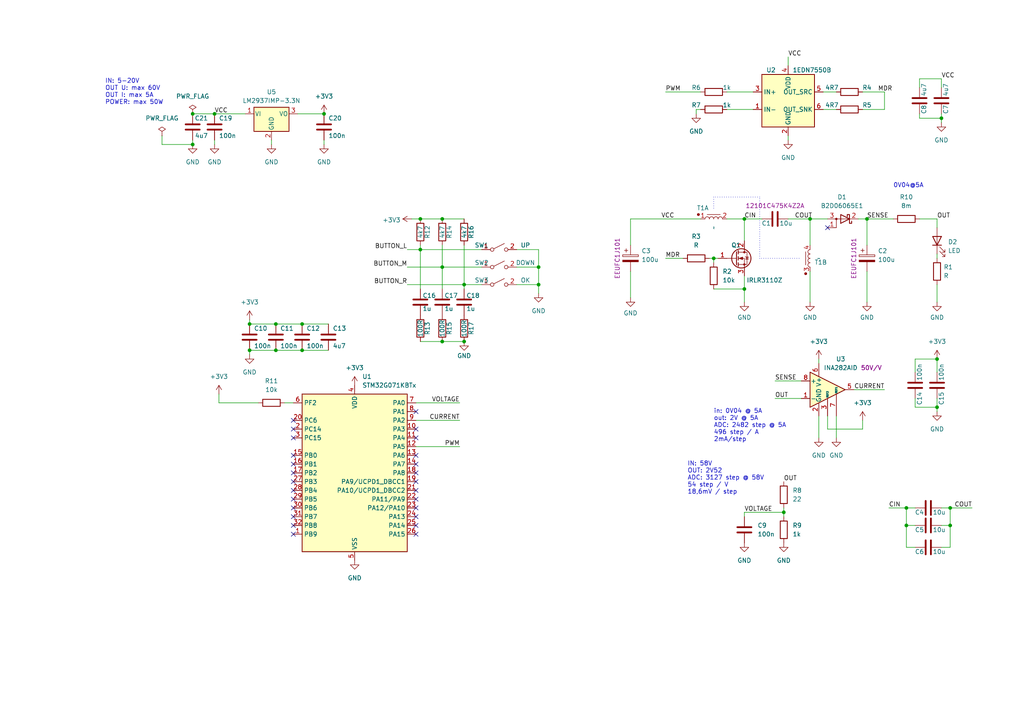
<source format=kicad_sch>
(kicad_sch (version 20230121) (generator eeschema)
  (paper "A4")
  (lib_symbols
    (symbol "Amplifier_Current:INA282" (pin_names (offset 0.127))
      (property "Reference" "U" (at 3.81 3.81 0))
      (property "Value" "INA282" (at 3.81 -2.54 0))
      (symbol "INA282_0_1"
        (polyline (pts (xy 5.08 0) (xy -5.08 5.08) (xy -5.08 -5.08) (xy 5.08 0)) (stroke (width 0.254)) (fill (type background)))
      )
      (symbol "INA282_1_1"
        (pin input line (at -7.62 -2.54 0) (length 2.54) (name "-") (number "1"))
        (pin power_in line (at -2.54 -7.62 90) (length 3.81) (name "GND") (number "2"))
        (pin input line (at 0 -7.62 90) (length 5.08) (name "REF2") (number "3"))
        (pin no_connect line (at -5.08 0 0) (length 2.54) hide (name "NC") (number "4"))
        (pin output line (at 7.62 0 180) (length 2.54) (name "~") (number "5"))
        (pin input line (at -2.54 7.62 270) (length 3.81) (name "V+") (number "6"))
        (pin input line (at 2.54 -7.62 90) (length 6.35) (name "REF1") (number "7"))
        (pin input line (at -7.62 2.54 0) (length 2.54) (name "+") (number "8"))
      )
    )
    (symbol "Device:C" (pin_numbers hide) (pin_names (offset 0.254))
      (property "Reference" "C" (at 0.635 2.54 0))
      (property "Value" "C" (at 0.635 -2.54 0))
      (symbol "C_0_1"
        (polyline (pts (xy -2.032 -0.762) (xy 2.032 -0.762)) (stroke (width 0.508)))
        (polyline (pts (xy -2.032 0.762) (xy 2.032 0.762)) (stroke (width 0.508)))
      )
      (symbol "C_1_1"
        (pin passive line (at 0 3.81 270) (length 2.794) (name "~") (number "1"))
        (pin passive line (at 0 -3.81 90) (length 2.794) (name "~") (number "2"))
      )
    )
    (symbol "Device:C_Polarized" (pin_numbers hide) (pin_names (offset 0.254))
      (property "Reference" "C" (at 0.635 2.54 0))
      (property "Value" "C_Polarized" (at 0.635 -2.54 0))
      (symbol "C_Polarized_0_1"
        (rectangle (start -2.286 0.508) (end 2.286 1.016))
        (polyline (pts (xy -1.778 2.286) (xy -0.762 2.286)))
        (polyline (pts (xy -1.27 2.794) (xy -1.27 1.778)))
        (rectangle (start 2.286 -0.508) (end -2.286 -1.016) (fill (type outline)))
      )
      (symbol "C_Polarized_1_1"
        (pin passive line (at 0 3.81 270) (length 2.794) (name "~") (number "1"))
        (pin passive line (at 0 -3.81 90) (length 2.794) (name "~") (number "2"))
      )
    )
    (symbol "Device:D_Schottky_AKA" (pin_names (offset 0) hide)
      (property "Reference" "D" (at 0 2.54 0))
      (property "Value" "D_Schottky_AKA" (at 0 -2.54 0))
      (symbol "D_Schottky_AKA_0_1"
        (polyline (pts (xy 1.27 1.27) (xy 1.27 -1.27) (xy -1.27 0) (xy 1.27 1.27)) (stroke (width 0.254)))
        (polyline (pts (xy 3.81 2.54) (xy 2.54 2.54) (xy 2.54 0) (xy -1.27 0)))
        (polyline (pts (xy -1.905 0.635) (xy -1.905 1.27) (xy -1.27 1.27) (xy -1.27 -1.27) (xy -0.635 -1.27) (xy -0.635 -0.635)) (stroke (width 0.254)))
        (circle (center 2.54 0) (radius 0.254) (fill (type outline)))
      )
      (symbol "D_Schottky_AKA_1_1"
        (pin passive line (at 5.08 2.54 180) (length 2.54) (name "A") (number "1"))
        (pin passive line (at -3.81 0 0) (length 2.54) (name "K") (number "2"))
        (pin passive line (at 5.08 0 180) (length 2.54) (name "A") (number "3"))
      )
    )
    (symbol "Device:LED" (pin_numbers hide) (pin_names (offset 1.016) hide)
      (property "Reference" "D" (at 0 2.54 0))
      (property "Value" "LED" (at 0 -2.54 0))
      (symbol "LED_0_1"
        (polyline (pts (xy -1.27 -1.27) (xy -1.27 1.27)) (stroke (width 0.254)))
        (polyline (pts (xy -1.27 0) (xy 1.27 0)))
        (polyline (pts (xy 1.27 -1.27) (xy 1.27 1.27) (xy -1.27 0) (xy 1.27 -1.27)) (stroke (width 0.254)))
        (polyline (pts (xy -3.048 -0.762) (xy -4.572 -2.286) (xy -3.81 -2.286) (xy -4.572 -2.286) (xy -4.572 -1.524)))
        (polyline (pts (xy -1.778 -0.762) (xy -3.302 -2.286) (xy -2.54 -2.286) (xy -3.302 -2.286) (xy -3.302 -1.524)))
      )
      (symbol "LED_1_1"
        (pin passive line (at -3.81 0 0) (length 2.54) (name "K") (number "1"))
        (pin passive line (at 3.81 0 180) (length 2.54) (name "A") (number "2"))
      )
    )
    (symbol "Device:Q_NMOS_GDS" (pin_names (offset 0) hide)
      (property "Reference" "Q" (at 5.08 1.27 0))
      (property "Value" "Q_NMOS_GDS" (at 5.08 -1.27 0))
      (symbol "Q_NMOS_GDS_0_1"
        (polyline (pts (xy 0.254 0) (xy -2.54 0)))
        (polyline (pts (xy 0.254 1.905) (xy 0.254 -1.905)) (stroke (width 0.254)))
        (polyline (pts (xy 0.762 -1.27) (xy 0.762 -2.286)) (stroke (width 0.254)))
        (polyline (pts (xy 0.762 0.508) (xy 0.762 -0.508)) (stroke (width 0.254)))
        (polyline (pts (xy 0.762 2.286) (xy 0.762 1.27)) (stroke (width 0.254)))
        (polyline (pts (xy 2.54 2.54) (xy 2.54 1.778)))
        (polyline (pts (xy 2.54 -2.54) (xy 2.54 0) (xy 0.762 0)))
        (polyline (pts (xy 0.762 -1.778) (xy 3.302 -1.778) (xy 3.302 1.778) (xy 0.762 1.778)))
        (polyline (pts (xy 1.016 0) (xy 2.032 0.381) (xy 2.032 -0.381) (xy 1.016 0)) (fill (type outline)))
        (polyline (pts (xy 2.794 0.508) (xy 2.921 0.381) (xy 3.683 0.381) (xy 3.81 0.254)))
        (polyline (pts (xy 3.302 0.381) (xy 2.921 -0.254) (xy 3.683 -0.254) (xy 3.302 0.381)))
        (circle (center 1.651 0) (radius 2.794) (stroke (width 0.254)))
        (circle (center 2.54 -1.778) (radius 0.254) (fill (type outline)))
        (circle (center 2.54 1.778) (radius 0.254) (fill (type outline)))
      )
      (symbol "Q_NMOS_GDS_1_1"
        (pin input line (at -5.08 0 0) (length 2.54) (name "G") (number "1"))
        (pin passive line (at 2.54 5.08 270) (length 2.54) (name "D") (number "2"))
        (pin passive line (at 2.54 -5.08 90) (length 2.54) (name "S") (number "3"))
      )
    )
    (symbol "Device:R" (pin_numbers hide) (pin_names (offset 0))
      (property "Reference" "R" (at 2.032 0 90))
      (property "Value" "R" (at 0 0 90))
      (symbol "R_0_1"
        (rectangle (start -1.016 -2.54) (end 1.016 2.54) (stroke (width 0.254)))
      )
      (symbol "R_1_1"
        (pin passive line (at 0 3.81 270) (length 1.27) (name "~") (number "1"))
        (pin passive line (at 0 -3.81 90) (length 1.27) (name "~") (number "2"))
      )
    )
    (symbol "Driver_FET:1EDN7550B"
      (property "Reference" "U" (at -7.62 8.89 0))
      (property "Value" "1EDN7550B" (at 1.27 8.89 0))
      (symbol "1EDN7550B_0_1"
        (rectangle (start -7.62 -7.62) (end 7.62 7.62) (stroke (width 0.254)) (fill (type background)))
      )
      (symbol "1EDN7550B_1_1"
        (pin input line (at -10.16 -2.54 0) (length 2.54) (name "IN-") (number "1"))
        (pin power_in line (at 0 -10.16 90) (length 2.54) (name "GND") (number "2"))
        (pin input line (at -10.16 2.54 0) (length 2.54) (name "IN+") (number "3"))
        (pin power_in line (at 0 10.16 270) (length 2.54) (name "VDD") (number "4"))
        (pin output line (at 10.16 2.54 180) (length 2.54) (name "OUT_SRC") (number "5"))
        (pin output line (at 10.16 -2.54 180) (length 2.54) (name "OUT_SNK") (number "6"))
      )
    )
    (symbol "MCU_ST_STM32G0:STM32G071KBTx"
      (property "Reference" "U" (at -15.24 24.13 0))
      (property "Value" "STM32G071KBTx" (at 2.54 24.13 0))
      (symbol "STM32G071KBTx_0_1"
        (rectangle (start -15.24 -22.86) (end 15.24 22.86) (stroke (width 0.254)) (fill (type background)))
      )
      (symbol "STM32G071KBTx_1_1"
        (pin bidirectional line (at -17.78 -17.78 0) (length 2.54) (name "PB9") (number "1"))
        (pin bidirectional line (at 17.78 12.7 180) (length 2.54) (name "PA3") (number "10"))
        (pin bidirectional line (at 17.78 10.16 180) (length 2.54) (name "PA4") (number "11"))
        (pin bidirectional line (at 17.78 7.62 180) (length 2.54) (name "PA5") (number "12"))
        (pin bidirectional line (at 17.78 5.08 180) (length 2.54) (name "PA6") (number "13"))
        (pin bidirectional line (at 17.78 2.54 180) (length 2.54) (name "PA7") (number "14"))
        (pin bidirectional line (at -17.78 5.08 0) (length 2.54) (name "PB0") (number "15"))
        (pin bidirectional line (at -17.78 2.54 0) (length 2.54) (name "PB1") (number "16"))
        (pin bidirectional line (at -17.78 0 0) (length 2.54) (name "PB2") (number "17"))
        (pin bidirectional line (at 17.78 0 180) (length 2.54) (name "PA8") (number "18"))
        (pin bidirectional line (at 17.78 -2.54 180) (length 2.54) (name "PA9/UCPD1_DBCC1") (number "19"))
        (pin bidirectional line (at -17.78 12.7 0) (length 2.54) (name "PC14") (number "2"))
        (pin bidirectional line (at -17.78 15.24 0) (length 2.54) (name "PC6") (number "20"))
        (pin bidirectional line (at 17.78 -5.08 180) (length 2.54) (name "PA10/UCPD1_DBCC2") (number "21"))
        (pin bidirectional line (at 17.78 -7.62 180) (length 2.54) (name "PA11/PA9") (number "22"))
        (pin bidirectional line (at 17.78 -10.16 180) (length 2.54) (name "PA12/PA10") (number "23"))
        (pin bidirectional line (at 17.78 -12.7 180) (length 2.54) (name "PA13") (number "24"))
        (pin bidirectional line (at 17.78 -15.24 180) (length 2.54) (name "PA14") (number "25"))
        (pin bidirectional line (at 17.78 -17.78 180) (length 2.54) (name "PA15") (number "26"))
        (pin bidirectional line (at -17.78 -2.54 0) (length 2.54) (name "PB3") (number "27"))
        (pin bidirectional line (at -17.78 -5.08 0) (length 2.54) (name "PB4") (number "28"))
        (pin bidirectional line (at -17.78 -7.62 0) (length 2.54) (name "PB5") (number "29"))
        (pin bidirectional line (at -17.78 10.16 0) (length 2.54) (name "PC15") (number "3"))
        (pin bidirectional line (at -17.78 -10.16 0) (length 2.54) (name "PB6") (number "30"))
        (pin bidirectional line (at -17.78 -12.7 0) (length 2.54) (name "PB7") (number "31"))
        (pin bidirectional line (at -17.78 -15.24 0) (length 2.54) (name "PB8") (number "32"))
        (pin power_in line (at 0 25.4 270) (length 2.54) (name "VDD") (number "4"))
        (pin power_in line (at 0 -25.4 90) (length 2.54) (name "VSS") (number "5"))
        (pin bidirectional line (at -17.78 20.32 0) (length 2.54) (name "PF2") (number "6"))
        (pin bidirectional line (at 17.78 20.32 180) (length 2.54) (name "PA0") (number "7"))
        (pin bidirectional line (at 17.78 17.78 180) (length 2.54) (name "PA1") (number "8"))
        (pin bidirectional line (at 17.78 15.24 180) (length 2.54) (name "PA2") (number "9"))
      )
    )
    (symbol "Regulator_Linear:LM2937xMP" (pin_names (offset 0.254))
      (property "Reference" "U" (at -3.81 3.175 0))
      (property "Value" "LM2937xMP" (at 0 3.175 0))
      (symbol "LM2937xMP_0_1"
        (rectangle (start -5.08 -5.08) (end 5.08 1.905) (stroke (width 0.254)) (fill (type background)))
      )
      (symbol "LM2937xMP_1_1"
        (pin power_in line (at -7.62 0 0) (length 2.54) (name "VI") (number "1"))
        (pin power_in line (at 0 -7.62 90) (length 2.54) (name "GND") (number "2"))
        (pin power_out line (at 7.62 0 180) (length 2.54) (name "VO") (number "3"))
      )
    )
    (symbol "Switch:SW_SPST" (pin_names (offset 0) hide)
      (property "Reference" "SW" (at 0 3.175 0))
      (property "Value" "SW_SPST" (at 0 -2.54 0))
      (symbol "SW_SPST_0_0"
        (circle (center -2.032 0) (radius 0.508))
        (polyline (pts (xy -1.524 0.254) (xy 1.524 1.778)))
        (circle (center 2.032 0) (radius 0.508))
      )
      (symbol "SW_SPST_1_1"
        (pin passive line (at -5.08 0 0) (length 2.54) (name "A") (number "1"))
        (pin passive line (at 5.08 0 180) (length 2.54) (name "B") (number "2"))
      )
    )
    (symbol "power:+3V3" (power) (pin_names (offset 0))
      (property "Value" "+3V3" (at 0 3.556 0))
      (symbol "+3V3_0_1"
        (polyline (pts (xy -0.762 1.27) (xy 0 2.54)))
        (polyline (pts (xy 0 0) (xy 0 2.54)))
        (polyline (pts (xy 0 2.54) (xy 0.762 1.27)))
      )
      (symbol "+3V3_1_1"
        (pin power_in line (at 0 0 90) (length 0) hide (name "+3V3") (number "1"))
      )
    )
    (symbol "power:GND" (power) (pin_names (offset 0))
      (property "Value" "GND" (at 0 -3.81 0))
      (symbol "GND_0_1"
        (polyline (pts (xy 0 0) (xy 0 -1.27) (xy 1.27 -1.27) (xy 0 -2.54) (xy -1.27 -1.27) (xy 0 -1.27)))
      )
      (symbol "GND_1_1"
        (pin power_in line (at 0 0 270) (length 0) hide (name "GND") (number "1"))
      )
    )
    (symbol "power:PWR_FLAG" (power) (pin_numbers hide) (pin_names (offset 0) hide)
      (property "Value" "PWR_FLAG" (at 0 3.81 0))
      (symbol "PWR_FLAG_0_0"
        (pin power_out line (at 0 0 90) (length 0) (name "pwr") (number "1"))
      )
      (symbol "PWR_FLAG_0_1"
        (polyline (pts (xy 0 0) (xy 0 1.27) (xy -1.016 1.905) (xy 0 2.54) (xy 1.016 1.905) (xy 0 1.27)))
      )
    )
    (symbol "pulsarLib:transformer-2part" (pin_names (offset 0.002) hide)
      (property "Reference" "T" (at -2.54 0 0))
      (symbol "transformer-2part_0_1"
        (arc (start 0 -2.54) (mid 0.6323 -1.905) (end 0 -1.27))
        (arc (start 0 -1.27) (mid 0.6323 -0.635) (end 0 0))
        (arc (start 0 0) (mid 0.6323 0.635) (end 0 1.27))
        (arc (start 0 1.27) (mid 0.6323 1.905) (end 0 2.54))
      )
      (symbol "transformer-2part_1_1"
        (polyline (pts (xy 1.27 1.905) (xy 1.27 -1.905)))
        (circle (center 1.27 4.445) (radius 0.2032) (stroke (width 0.4)))
        (pin passive line (at 0 3.81 270) (length 1.27) (name "1") (number "1"))
        (pin passive line (at 0 -3.81 90) (length 1.27) (name "2") (number "2"))
      )
      (symbol "transformer-2part_2_1"
        (polyline (pts (xy 1.27 1.905) (xy 1.27 -1.905)))
        (circle (center 1.27 4.445) (radius 0.2032) (stroke (width 0.4)))
        (pin passive line (at 0 3.81 270) (length 1.27) (name "3") (number "3"))
        (pin passive line (at 0 -3.81 90) (length 1.27) (name "4") (number "4"))
      )
    )
  )
  (junction (at 128.27 77.47))
  (junction (at 275.59 147.32))
  (junction (at 121.92 63.5))
  (junction (at 87.63 93.98))
  (junction (at 271.78 118.11))
  (junction (at 156.21 82.55))
  (junction (at 134.62 82.55))
  (junction (at 273.05 34.29))
  (junction (at 72.39 101.6))
  (junction (at 55.88 41.91))
  (junction (at 271.78 104.14))
  (junction (at 80.01 101.6))
  (junction (at 55.88 33.02))
  (junction (at 72.39 93.98))
  (junction (at 93.98 33.02))
  (junction (at 234.95 63.5))
  (junction (at 275.59 152.4))
  (junction (at 156.21 77.47))
  (junction (at 87.63 101.6))
  (junction (at 128.27 99.06))
  (junction (at 207.01 74.93))
  (junction (at 80.01 93.98))
  (junction (at 128.27 63.5))
  (junction (at 215.9 83.82))
  (junction (at 215.9 63.5))
  (junction (at 262.89 147.32))
  (junction (at 227.33 148.59))
  (junction (at 62.23 33.02))
  (junction (at 121.92 72.39))
  (junction (at 251.46 63.5))
  (junction (at 134.62 99.06))
  (junction (at 262.89 152.4))
  (no_connect (at 120.65 152.4))
  (no_connect (at 120.65 144.78))
  (no_connect (at 85.09 149.86))
  (no_connect (at 120.65 137.16))
  (no_connect (at 85.09 144.78))
  (no_connect (at 85.09 127))
  (no_connect (at 120.65 147.32))
  (no_connect (at 120.65 127))
  (no_connect (at 120.65 134.62))
  (no_connect (at 85.09 134.62))
  (no_connect (at 85.09 152.4))
  (no_connect (at 85.09 154.94))
  (no_connect (at 85.09 132.08))
  (no_connect (at 85.09 139.7))
  (no_connect (at 85.09 121.92))
  (no_connect (at 240.03 66.04))
  (no_connect (at 85.09 147.32))
  (no_connect (at 120.65 119.38))
  (no_connect (at 120.65 132.08))
  (no_connect (at 85.09 124.46))
  (no_connect (at 120.65 139.7))
  (no_connect (at 120.65 149.86))
  (no_connect (at 120.65 154.94))
  (no_connect (at 120.65 142.24))
  (no_connect (at 85.09 142.24))
  (no_connect (at 85.09 137.16))
  (no_connect (at 120.65 124.46))
  (wire (pts (xy 266.7 63.5) (xy 271.78 63.5)))
  (wire (pts (xy 265.43 115.57) (xy 265.43 118.11)))
  (polyline (pts (xy 231.775 74.93) (xy 220.345 74.93)) (stroke (width 0) (type dot)))
  (wire (pts (xy 87.63 93.98) (xy 95.25 93.98)))
  (wire (pts (xy 242.57 120.65) (xy 242.57 127)))
  (wire (pts (xy 62.23 40.64) (xy 62.23 41.91)))
  (wire (pts (xy 215.9 148.59) (xy 227.33 148.59)))
  (wire (pts (xy 265.43 118.11) (xy 271.78 118.11)))
  (wire (pts (xy 250.19 26.67) (xy 256.54 26.67)))
  (wire (pts (xy 210.82 31.75) (xy 218.44 31.75)))
  (wire (pts (xy 266.7 25.4) (xy 266.7 22.86)))
  (wire (pts (xy 86.36 33.02) (xy 93.98 33.02)))
  (wire (pts (xy 234.95 78.74) (xy 234.95 87.63)))
  (wire (pts (xy 215.9 149.86) (xy 215.9 148.59)))
  (wire (pts (xy 266.7 22.86) (xy 273.05 22.86)))
  (wire (pts (xy 134.62 71.12) (xy 134.62 82.55)))
  (wire (pts (xy 271.78 115.57) (xy 271.78 118.11)))
  (wire (pts (xy 271.78 73.66) (xy 271.78 74.93)))
  (wire (pts (xy 128.27 99.06) (xy 134.62 99.06)))
  (wire (pts (xy 207.01 74.93) (xy 208.28 74.93)))
  (wire (pts (xy 237.49 104.14) (xy 237.49 105.41)))
  (wire (pts (xy 275.59 152.4) (xy 275.59 158.75)))
  (wire (pts (xy 121.92 72.39) (xy 139.7 72.39)))
  (wire (pts (xy 273.05 22.86) (xy 273.05 25.4)))
  (wire (pts (xy 72.39 92.71) (xy 72.39 93.98)))
  (wire (pts (xy 182.88 63.5) (xy 203.2 63.5)))
  (wire (pts (xy 120.65 121.92) (xy 133.35 121.92)))
  (wire (pts (xy 182.88 63.5) (xy 182.88 71.12)))
  (wire (pts (xy 248.92 63.5) (xy 251.46 63.5)))
  (wire (pts (xy 238.76 31.75) (xy 242.57 31.75)))
  (wire (pts (xy 62.23 33.02) (xy 71.12 33.02)))
  (wire (pts (xy 87.63 101.6) (xy 95.25 101.6)))
  (wire (pts (xy 63.5 116.84) (xy 74.93 116.84)))
  (wire (pts (xy 271.78 119.38) (xy 271.78 118.11)))
  (wire (pts (xy 72.39 101.6) (xy 80.01 101.6)))
  (wire (pts (xy 266.7 34.29) (xy 266.7 33.02)))
  (wire (pts (xy 121.92 71.12) (xy 121.92 72.39)))
  (wire (pts (xy 128.27 77.47) (xy 139.7 77.47)))
  (wire (pts (xy 156.21 72.39) (xy 156.21 77.47)))
  (wire (pts (xy 262.89 152.4) (xy 265.43 152.4)))
  (wire (pts (xy 205.74 74.93) (xy 207.01 74.93)))
  (wire (pts (xy 156.21 82.55) (xy 156.21 85.09)))
  (wire (pts (xy 271.78 82.55) (xy 271.78 87.63)))
  (wire (pts (xy 82.55 116.84) (xy 85.09 116.84)))
  (wire (pts (xy 247.65 113.03) (xy 256.54 113.03)))
  (wire (pts (xy 121.92 99.06) (xy 128.27 99.06)))
  (wire (pts (xy 121.92 63.5) (xy 128.27 63.5)))
  (wire (pts (xy 228.6 63.5) (xy 234.95 63.5)))
  (wire (pts (xy 201.93 33.02) (xy 201.93 31.75)))
  (wire (pts (xy 128.27 63.5) (xy 134.62 63.5)))
  (wire (pts (xy 251.46 78.74) (xy 251.46 87.63)))
  (wire (pts (xy 275.59 158.75) (xy 273.05 158.75)))
  (wire (pts (xy 46.99 39.37) (xy 46.99 41.91)))
  (wire (pts (xy 234.95 63.5) (xy 234.95 71.12)))
  (wire (pts (xy 207.01 76.2) (xy 207.01 74.93)))
  (wire (pts (xy 262.89 147.32) (xy 262.89 152.4)))
  (wire (pts (xy 134.62 82.55) (xy 139.7 82.55)))
  (polyline (pts (xy 207.01 57.15) (xy 207.01 60.96)) (stroke (width 0) (type dot)))
  (polyline (pts (xy 220.345 74.93) (xy 220.345 57.15)) (stroke (width 0) (type dot)))
  (wire (pts (xy 250.19 124.46) (xy 250.19 121.92)))
  (wire (pts (xy 128.27 77.47) (xy 128.27 83.82)))
  (wire (pts (xy 273.05 35.56) (xy 273.05 34.29)))
  (wire (pts (xy 72.39 101.6) (xy 72.39 102.87)))
  (wire (pts (xy 215.9 63.5) (xy 220.98 63.5)))
  (wire (pts (xy 271.78 63.5) (xy 271.78 66.04)))
  (wire (pts (xy 193.04 26.67) (xy 203.2 26.67)))
  (wire (pts (xy 215.9 63.5) (xy 215.9 69.85)))
  (wire (pts (xy 240.03 120.65) (xy 240.03 124.46)))
  (wire (pts (xy 256.54 31.75) (xy 250.19 31.75)))
  (wire (pts (xy 128.27 71.12) (xy 128.27 77.47)))
  (wire (pts (xy 80.01 93.98) (xy 87.63 93.98)))
  (wire (pts (xy 149.86 82.55) (xy 156.21 82.55)))
  (wire (pts (xy 118.11 77.47) (xy 128.27 77.47)))
  (wire (pts (xy 271.78 104.14) (xy 271.78 107.95)))
  (wire (pts (xy 215.9 80.01) (xy 215.9 83.82)))
  (wire (pts (xy 210.82 63.5) (xy 215.9 63.5)))
  (wire (pts (xy 156.21 77.47) (xy 156.21 82.55)))
  (wire (pts (xy 120.65 116.84) (xy 133.35 116.84)))
  (wire (pts (xy 149.86 77.47) (xy 156.21 77.47)))
  (wire (pts (xy 275.59 147.32) (xy 281.94 147.32)))
  (wire (pts (xy 120.65 129.54) (xy 133.35 129.54)))
  (wire (pts (xy 228.6 39.37) (xy 228.6 40.64)))
  (wire (pts (xy 234.95 63.5) (xy 240.03 63.5)))
  (wire (pts (xy 257.81 147.32) (xy 262.89 147.32)))
  (wire (pts (xy 266.7 34.29) (xy 273.05 34.29)))
  (wire (pts (xy 63.5 114.3) (xy 63.5 116.84)))
  (wire (pts (xy 228.6 16.51) (xy 228.6 19.05)))
  (wire (pts (xy 55.88 33.02) (xy 62.23 33.02)))
  (wire (pts (xy 78.74 40.64) (xy 78.74 41.91)))
  (wire (pts (xy 201.93 31.75) (xy 203.2 31.75)))
  (polyline (pts (xy 220.345 57.15) (xy 207.01 57.15)) (stroke (width 0) (type dot)))
  (wire (pts (xy 118.11 72.39) (xy 121.92 72.39)))
  (wire (pts (xy 118.11 82.55) (xy 134.62 82.55)))
  (wire (pts (xy 262.89 158.75) (xy 265.43 158.75)))
  (wire (pts (xy 72.39 93.98) (xy 80.01 93.98)))
  (wire (pts (xy 237.49 120.65) (xy 237.49 127)))
  (wire (pts (xy 238.76 26.67) (xy 242.57 26.67)))
  (wire (pts (xy 240.03 124.46) (xy 250.19 124.46)))
  (wire (pts (xy 80.01 101.6) (xy 87.63 101.6)))
  (wire (pts (xy 193.04 74.93) (xy 198.12 74.93)))
  (wire (pts (xy 93.98 40.64) (xy 93.98 41.91)))
  (wire (pts (xy 273.05 33.02) (xy 273.05 34.29)))
  (wire (pts (xy 227.33 149.86) (xy 227.33 148.59)))
  (wire (pts (xy 210.82 26.67) (xy 218.44 26.67)))
  (wire (pts (xy 251.46 63.5) (xy 259.08 63.5)))
  (wire (pts (xy 149.86 72.39) (xy 156.21 72.39)))
  (wire (pts (xy 119.38 63.5) (xy 121.92 63.5)))
  (wire (pts (xy 251.46 63.5) (xy 251.46 71.12)))
  (wire (pts (xy 46.99 41.91) (xy 55.88 41.91)))
  (wire (pts (xy 224.79 110.49) (xy 232.41 110.49)))
  (wire (pts (xy 224.79 115.57) (xy 232.41 115.57)))
  (wire (pts (xy 265.43 104.14) (xy 271.78 104.14)))
  (wire (pts (xy 215.9 83.82) (xy 215.9 87.63)))
  (wire (pts (xy 262.89 147.32) (xy 265.43 147.32)))
  (wire (pts (xy 227.33 148.59) (xy 227.33 147.32)))
  (wire (pts (xy 275.59 147.32) (xy 275.59 152.4)))
  (wire (pts (xy 256.54 26.67) (xy 256.54 31.75)))
  (wire (pts (xy 134.62 82.55) (xy 134.62 83.82)))
  (wire (pts (xy 275.59 147.32) (xy 273.05 147.32)))
  (wire (pts (xy 121.92 72.39) (xy 121.92 83.82)))
  (wire (pts (xy 265.43 107.95) (xy 265.43 104.14)))
  (wire (pts (xy 182.88 78.74) (xy 182.88 86.36)))
  (wire (pts (xy 55.88 40.64) (xy 55.88 41.91)))
  (wire (pts (xy 262.89 152.4) (xy 262.89 158.75)))
  (wire (pts (xy 207.01 83.82) (xy 215.9 83.82)))
  (wire (pts (xy 275.59 152.4) (xy 273.05 152.4)))
  (text "IN: 5-20V\nOUT U: max 60V\nOUT I: max 5A\nPOWER: max 50W" (at 30.48 30.48 0) (effects (font (size 1.27 1.27)) (justify left bottom)))
  (text "0V04@5A" (at 259.08 54.61 0) (effects (font (size 1.27 1.27)) (justify left bottom)))
  (text "IN: 58V\nOUT: 2V52\nADC: 3127 step @ 58V\n54 step / V\n18,6mV / step" (at 199.39 143.51 0) (effects (font (size 1.27 1.27)) (justify left bottom)))
  (text "in: 0V04 @ 5A\nout: 2V @ 5A\nADC: 2482 step @ 5A\n496 step / A\n2mA/step" (at 207.01 128.27 0) (effects (font (size 1.27 1.27)) (justify left bottom)))
  (label "BUTTON_R" (at 118.11 82.55 180))
  (label "CURRENT" (at 256.54 113.03 180))
  (label "CIN" (at 257.81 147.32 0))
  (label "SENSE" (at 224.79 110.49 0))
  (label "COUT" (at 230.505 63.5 0))
  (label "OUT" (at 224.79 115.57 0))
  (label "VOLTAGE" (at 215.9 148.59 0))
  (label "SENSE" (at 251.46 63.5 0))
  (label "COUT" (at 281.94 147.32 180))
  (label "VCC" (at 191.77 63.5 0))
  (label "PWM" (at 193.04 26.67 0))
  (label "BUTTON_L" (at 118.11 72.39 180))
  (label "OUT" (at 227.33 139.7 0))
  (label "PWM" (at 133.35 129.54 180))
  (label "VOLTAGE" (at 133.35 116.84 180))
  (label "VCC" (at 228.6 16.51 0))
  (label "CURRENT" (at 133.35 121.92 180))
  (label "CIN" (at 215.9 63.5 0))
  (label "VCC" (at 273.05 22.86 0))
  (label "BUTTON_M" (at 118.11 77.47 180))
  (label "MDR" (at 193.04 74.93 0))
  (label "OUT" (at 271.78 63.5 0))
  (label "MDR" (at 254.635 26.67 0))
  (label "VCC" (at 62.23 33.02 0))
  (symbol (lib_id "Driver_FET:1EDN7550B") (at 228.6 29.21 0) (unit 1)
    (property "Reference" "U2" (at 222.25 20.32 0) (effects (justify left)))
    (property "Value" "1EDN7550B" (at 229.87 20.32 0) (effects (justify left)))
    (property "Footprint" "Package_TO_SOT_SMD:SOT-23-6" (effects hide))
    (property "Datasheet" "https://www.infineon.com/dgdl/Infineon-1EDN7550B-DS-v02_00-EN.pdf?fileId=5546d46262b31d2e01635d9799ef264f" (effects hide))
  )
  (symbol (lib_id "Device:C") (at 271.78 111.76 180) (unit 1)
    (property "Reference" "C15" (at 273.05 115.57 90))
    (property "Value" "100n" (at 273.05 107.95 90))
    (property "Footprint" "Capacitor_SMD:C_1206_3216Metric" (effects hide))
  )
  (symbol (lib_id "Device:R") (at 246.38 31.75 270) (unit 1)
    (property "Reference" "R5" (at 251.46 30.48 90))
    (property "Value" "4R7" (at 241.3 30.48 90))
  )
  (symbol (lib_id "power:GND") (at 62.23 41.91 0) (unit 1)
    (property "Reference" "#PWR025" (effects hide))
    (property "Value" "GND" (at 62.23 46.99 0))
  )
  (symbol (lib_id "Device:C") (at 269.24 152.4 90) (unit 1)
    (property "Reference" "C5" (at 266.7 153.67 90))
    (property "Value" "10u" (at 272.415 153.67 90))
    (property "Footprint" "Capacitor_SMD:C_1210_3225Metric" (effects hide))
  )
  (symbol (lib_id "power:+3V3") (at 93.98 33.02 0) (unit 1)
    (property "Reference" "#PWR029" (effects hide))
    (property "Value" "+3V3" (at 93.98 27.94 0))
  )
  (symbol (lib_id "power:+3V3") (at 250.19 121.92 0) (unit 1)
    (property "Reference" "#PWR015" (effects hide))
    (property "Value" "+3V3" (at 250.19 116.84 0))
  )
  (symbol (lib_id "power:+3V3") (at 72.39 92.71 0) (unit 1)
    (property "Reference" "#PWR013" (effects hide))
    (property "Value" "+3V3" (at 72.39 87.63 0))
  )
  (symbol (lib_id "Switch:SW_SPST") (at 144.78 72.39 0) (unit 1)
    (property "Reference" "SW1" (at 139.7 71.12 0))
    (property "Value" "UP" (at 152.4 71.12 0))
  )
  (symbol (lib_id "Device:R") (at 134.62 67.31 0) (unit 1)
    (property "Reference" "R16" (at 136.652 67.31 90))
    (property "Value" "4k7" (at 134.62 67.31 90))
    (property "Footprint" "Resistor_SMD:R_0603_1608Metric" (effects hide))
  )
  (symbol (lib_id "Device:R") (at 271.78 78.74 0) (unit 1)
    (property "Reference" "R1" (at 273.685 77.47 0) (effects (justify left)))
    (property "Value" "R" (at 273.685 80.01 0) (effects (justify left)))
    (property "Footprint" "Resistor_SMD:R_0603_1608Metric" (effects hide))
  )
  (symbol (lib_id "pulsarLib:transformer-2part") (at 234.95 74.93 180) (unit 2)
    (property "Reference" "T1" (at 236.22 76.0841 0) (effects (justify right)))
    (property "Value" "~" (at 237.49 74.93 0))
  )
  (symbol (lib_id "power:PWR_FLAG") (at 46.99 39.37 0) (unit 1)
    (property "Reference" "#FLG02" (effects hide))
    (property "Value" "PWR_FLAG" (at 46.99 34.29 0))
  )
  (symbol (lib_id "Device:R") (at 128.27 67.31 0) (unit 1)
    (property "Reference" "R14" (at 130.302 67.31 90))
    (property "Value" "4k7" (at 128.27 67.31 90))
    (property "Footprint" "Resistor_SMD:R_0603_1608Metric" (effects hide))
  )
  (symbol (lib_id "power:GND") (at 156.21 85.09 0) (unit 1)
    (property "Reference" "#PWR024" (effects hide))
    (property "Value" "GND" (at 156.21 90.17 0))
  )
  (symbol (lib_id "Device:R") (at 134.62 95.25 0) (unit 1)
    (property "Reference" "R17" (at 136.652 95.25 90))
    (property "Value" "100R" (at 134.62 95.25 90))
    (property "Footprint" "Resistor_SMD:R_0805_2012Metric" (effects hide))
  )
  (symbol (lib_id "power:GND") (at 237.49 127 0) (unit 1)
    (property "Reference" "#PWR020" (effects hide))
    (property "Value" "GND" (at 237.49 132.08 0))
  )
  (symbol (lib_id "power:+3V3") (at 237.49 104.14 0) (unit 1)
    (property "Reference" "#PWR016" (effects hide))
    (property "Value" "+3V3" (at 237.49 99.06 0))
  )
  (symbol (lib_id "Device:C") (at 95.25 97.79 0) (unit 1)
    (property "Reference" "C13" (at 96.52 95.25 0) (effects (justify left)))
    (property "Value" "4u7" (at 96.52 100.33 0) (effects (justify left)))
    (property "Footprint" "Capacitor_SMD:C_1206_3216Metric" (effects hide))
  )
  (symbol (lib_id "Device:C") (at 265.43 111.76 180) (unit 1)
    (property "Reference" "C14" (at 266.7 115.57 90))
    (property "Value" "100n" (at 266.7 107.95 90))
    (property "Footprint" "Capacitor_SMD:C_1206_3216Metric" (effects hide))
  )
  (symbol (lib_id "power:GND") (at 55.88 41.91 0) (unit 1)
    (property "Reference" "#PWR028" (effects hide))
    (property "Value" "GND" (at 55.88 46.99 0))
  )
  (symbol (lib_id "power:GND") (at 78.74 41.91 0) (unit 1)
    (property "Reference" "#PWR026" (effects hide))
    (property "Value" "GND" (at 78.74 46.99 0))
  )
  (symbol (lib_id "Device:C") (at 55.88 36.83 180) (unit 1)
    (property "Reference" "C21" (at 58.42 34.29 0))
    (property "Value" "4u7" (at 58.42 39.37 0))
    (property "Footprint" "Capacitor_SMD:C_1206_3216Metric" (effects hide))
  )
  (symbol (lib_id "Device:R") (at 207.01 31.75 90) (unit 1)
    (property "Reference" "R7" (at 201.93 30.48 90))
    (property "Value" "1k" (at 210.82 30.48 90))
  )
  (symbol (lib_id "pulsarLib:transformer-2part") (at 207.01 63.5 90) (unit 1)
    (property "Reference" "T1" (at 203.835 60.325 90))
    (property "Value" "~" (at 207.01 66.04 0))
  )
  (symbol (lib_id "power:+3V3") (at 119.38 63.5 90) (unit 1)
    (property "Reference" "#PWR022" (effects hide))
    (property "Value" "+3V3" (at 116.205 63.8168 90) (effects (justify left)))
  )
  (symbol (lib_id "Device:C") (at 80.01 97.79 0) (unit 1)
    (property "Reference" "C11" (at 81.28 95.25 0) (effects (justify left)))
    (property "Value" "100n" (at 81.28 100.33 0) (effects (justify left)))
    (property "Footprint" "Capacitor_SMD:C_0603_1608Metric" (effects hide))
  )
  (symbol (lib_id "Device:R") (at 78.74 116.84 90) (unit 1)
    (property "Reference" "R11" (at 78.74 110.49 90))
    (property "Value" "10k" (at 78.74 113.03 90))
  )
  (symbol (lib_id "Device:R") (at 246.38 26.67 90) (unit 1)
    (property "Reference" "R4" (at 251.46 25.4 90))
    (property "Value" "4R7" (at 241.3 25.4 90))
  )
  (symbol (lib_id "power:GND") (at 215.9 87.63 0) (unit 1)
    (property "Reference" "#PWR01" (effects hide))
    (property "Value" "GND" (at 215.9 92.075 0))
  )
  (symbol (lib_id "Device:C_Polarized") (at 182.88 74.93 0) (unit 1)
    (property "Reference" "C3" (at 186.055 72.771 0) (effects (justify left)))
    (property "Value" "100u" (at 186.055 75.311 0) (effects (justify left)))
    (property "Footprint" "Capacitor_THT:CP_Radial_D10.0mm_P5.00mm" (effects hide))
    (property "Field4" "EEUFC1J101" (at 179.07 74.93 90))
  )
  (symbol (lib_id "Device:C") (at 269.24 147.32 90) (unit 1)
    (property "Reference" "C4" (at 266.7 148.59 90))
    (property "Value" "10u" (at 272.415 148.59 90))
    (property "Footprint" "Capacitor_SMD:C_1210_3225Metric" (effects hide))
  )
  (symbol (lib_id "Device:C") (at 121.92 87.63 0) (unit 1)
    (property "Reference" "C16" (at 122.555 85.725 0) (effects (justify left)))
    (property "Value" "1u" (at 122.555 89.535 0) (effects (justify left)))
    (property "Footprint" "Capacitor_SMD:C_0603_1608Metric" (effects hide))
  )
  (symbol (lib_id "Device:C") (at 273.05 29.21 180) (unit 1)
    (property "Reference" "C7" (at 274.32 31.75 90))
    (property "Value" "4u7" (at 274.32 26.035 90))
    (property "Footprint" "Capacitor_SMD:C_1206_3216Metric" (effects hide))
  )
  (symbol (lib_id "Device:R") (at 227.33 143.51 0) (unit 1)
    (property "Reference" "R8" (at 229.87 142.24 0) (effects (justify left)))
    (property "Value" "22" (at 229.87 144.78 0) (effects (justify left)))
  )
  (symbol (lib_id "power:GND") (at 102.87 162.56 0) (unit 1)
    (property "Reference" "#PWR011" (effects hide))
    (property "Value" "GND" (at 102.87 167.64 0))
  )
  (symbol (lib_id "Device:C") (at 87.63 97.79 0) (unit 1)
    (property "Reference" "C12" (at 88.9 95.25 0) (effects (justify left)))
    (property "Value" "100n" (at 88.9 100.33 0) (effects (justify left)))
    (property "Footprint" "Capacitor_SMD:C_0603_1608Metric" (effects hide))
  )
  (symbol (lib_id "Device:C") (at 266.7 29.21 180) (unit 1)
    (property "Reference" "C8" (at 267.97 31.75 90))
    (property "Value" "4u7" (at 267.97 26.035 90))
    (property "Footprint" "Capacitor_SMD:C_1206_3216Metric" (effects hide))
  )
  (symbol (lib_id "Device:D_Schottky_AKA") (at 245.11 63.5 180) (unit 1)
    (property "Reference" "D1" (at 244.221 57.15 0))
    (property "Value" "B2D06065E1" (at 244.221 59.69 0))
    (property "Footprint" "Package_TO_SOT_SMD:TO-252-2" (effects hide))
  )
  (symbol (lib_id "Regulator_Linear:LM2937xMP") (at 78.74 33.02 0) (unit 1)
    (property "Reference" "U5" (at 78.74 26.67 0))
    (property "Value" "LM2937IMP-3.3N" (at 78.74 29.21 0))
    (property "Footprint" "Package_TO_SOT_SMD:SOT-223-3_TabPin2" (effects hide))
    (property "Datasheet" "http://www.ti.com/lit/ds/symlink/lm2937.pdf" (effects hide))
  )
  (symbol (lib_id "Device:R") (at 121.92 67.31 0) (unit 1)
    (property "Reference" "R12" (at 123.952 67.31 90))
    (property "Value" "4k7" (at 121.92 67.31 90))
    (property "Footprint" "Resistor_SMD:R_0603_1608Metric" (effects hide))
  )
  (symbol (lib_id "power:GND") (at 93.98 41.91 0) (unit 1)
    (property "Reference" "#PWR027" (effects hide))
    (property "Value" "GND" (at 93.98 46.99 0))
  )
  (symbol (lib_id "power:GND") (at 227.33 157.48 0) (unit 1)
    (property "Reference" "#PWR09" (effects hide))
    (property "Value" "GND" (at 227.33 162.56 0))
  )
  (symbol (lib_id "MCU_ST_STM32G0:STM32G071KBTx") (at 102.87 137.16 0) (unit 1)
    (property "Reference" "U1" (at 105.0641 109.22 0) (effects (justify left)))
    (property "Value" "STM32G071KBTx" (at 105.0641 111.76 0) (effects (justify left)))
    (property "Footprint" "Package_QFP:LQFP-32_7x7mm_P0.8mm" (effects hide))
    (property "Datasheet" "https://www.st.com/resource/en/datasheet/stm32g071kb.pdf" (effects hide))
  )
  (symbol (lib_id "Device:LED") (at 271.78 69.85 90) (unit 1)
    (property "Reference" "D2" (at 274.955 70.1675 90) (effects (justify right)))
    (property "Value" "LED" (at 274.955 72.7075 90) (effects (justify right)))
    (property "Footprint" "Resistor_SMD:R_0603_1608Metric" (effects hide))
  )
  (symbol (lib_id "Device:R") (at 128.27 95.25 0) (unit 1)
    (property "Reference" "R15" (at 130.302 95.25 90))
    (property "Value" "100R" (at 128.27 95.25 90))
    (property "Footprint" "Resistor_SMD:R_0805_2012Metric" (effects hide))
  )
  (symbol (lib_id "Device:C") (at 215.9 153.67 0) (unit 1)
    (property "Reference" "C9" (at 219.71 152.4 0) (effects (justify left)))
    (property "Value" "100n" (at 219.71 154.94 0) (effects (justify left)))
    (property "Footprint" "Capacitor_SMD:C_1210_3225Metric" (effects hide))
  )
  (symbol (lib_id "power:GND") (at 201.93 33.02 0) (unit 1)
    (property "Reference" "#PWR08" (effects hide))
    (property "Value" "GND" (at 201.93 38.1 0))
  )
  (symbol (lib_id "power:GND") (at 134.62 99.06 0) (unit 1)
    (property "Reference" "#PWR023" (effects hide))
    (property "Value" "GND" (at 134.62 103.1955 0))
  )
  (symbol (lib_id "Device:C_Polarized") (at 251.46 74.93 0) (unit 1)
    (property "Reference" "C2" (at 254.635 72.771 0) (effects (justify left)))
    (property "Value" "100u" (at 254.635 75.311 0) (effects (justify left)))
    (property "Footprint" "Capacitor_THT:CP_Radial_D10.0mm_P5.00mm" (effects hide))
    (property "Field4" "EEUFC1J101" (at 247.65 74.93 90))
  )
  (symbol (lib_id "power:GND") (at 72.39 102.87 0) (unit 1)
    (property "Reference" "#PWR014" (effects hide))
    (property "Value" "GND" (at 72.39 107.95 0))
  )
  (symbol (lib_id "Device:C") (at 224.79 63.5 90) (unit 1)
    (property "Reference" "C1" (at 222.25 64.77 90))
    (property "Value" "10u" (at 227.965 64.77 90))
    (property "Footprint" "Capacitor_SMD:C_1210_3225Metric" (effects hide))
    (property "Field4" "12101C475K4Z2A" (at 224.79 59.69 90))
  )
  (symbol (lib_id "Switch:SW_SPST") (at 144.78 77.47 0) (unit 1)
    (property "Reference" "SW2" (at 139.7 76.2 0))
    (property "Value" "DOWN" (at 152.4 76.2 0))
  )
  (symbol (lib_id "Device:Q_NMOS_GDS") (at 213.36 74.93 0) (unit 1)
    (property "Reference" "Q1" (at 212.09 71.12 0) (effects (justify left)))
    (property "Value" "IRLR3110Z" (at 216.535 81.28 0) (effects (justify left)))
    (property "Footprint" "Package_TO_SOT_SMD:TO-252-2" (effects hide))
  )
  (symbol (lib_id "power:GND") (at 215.9 157.48 0) (unit 1)
    (property "Reference" "#PWR010" (effects hide))
    (property "Value" "GND" (at 215.9 162.56 0))
  )
  (symbol (lib_id "power:GND") (at 228.6 40.64 0) (unit 1)
    (property "Reference" "#PWR06" (effects hide))
    (property "Value" "GND" (at 228.6 45.72 0))
  )
  (symbol (lib_id "power:GND") (at 182.88 86.36 0) (unit 1)
    (property "Reference" "#PWR05" (effects hide))
    (property "Value" "GND" (at 182.88 90.805 0))
  )
  (symbol (lib_id "power:GND") (at 251.46 87.63 0) (unit 1)
    (property "Reference" "#PWR03" (effects hide))
    (property "Value" "GND" (at 251.46 92.075 0))
  )
  (symbol (lib_id "power:GND") (at 273.05 35.56 0) (unit 1)
    (property "Reference" "#PWR07" (effects hide))
    (property "Value" "GND" (at 273.05 40.64 0))
  )
  (symbol (lib_id "Device:C") (at 93.98 36.83 0) (unit 1)
    (property "Reference" "C20" (at 95.25 34.29 0) (effects (justify left)))
    (property "Value" "100n" (at 95.25 39.37 0) (effects (justify left)))
    (property "Footprint" "Capacitor_SMD:C_1210_3225Metric" (effects hide))
  )
  (symbol (lib_id "Device:R") (at 227.33 153.67 0) (unit 1)
    (property "Reference" "R9" (at 229.87 152.4 0) (effects (justify left)))
    (property "Value" "1k" (at 229.87 154.94 0) (effects (justify left)))
  )
  (symbol (lib_id "Device:R") (at 207.01 26.67 90) (unit 1)
    (property "Reference" "R6" (at 201.93 25.4 90))
    (property "Value" "1k" (at 210.82 25.4 90))
  )
  (symbol (lib_id "Device:C") (at 62.23 36.83 0) (unit 1)
    (property "Reference" "C19" (at 63.5 34.29 0) (effects (justify left)))
    (property "Value" "100n" (at 63.5 39.37 0) (effects (justify left)))
    (property "Footprint" "Capacitor_SMD:C_1210_3225Metric" (effects hide))
  )
  (symbol (lib_id "power:GND") (at 271.78 119.38 0) (unit 1)
    (property "Reference" "#PWR017" (effects hide))
    (property "Value" "GND" (at 271.78 124.46 0))
  )
  (symbol (lib_id "Device:R") (at 262.89 63.5 90) (unit 1)
    (property "Reference" "R10" (at 262.89 57.15 90))
    (property "Value" "8m" (at 262.89 59.69 90))
  )
  (symbol (lib_id "Device:C") (at 134.62 87.63 0) (unit 1)
    (property "Reference" "C18" (at 135.255 85.725 0) (effects (justify left)))
    (property "Value" "1u" (at 135.255 89.535 0) (effects (justify left)))
    (property "Footprint" "Capacitor_SMD:C_0603_1608Metric" (effects hide))
  )
  (symbol (lib_id "power:GND") (at 271.78 87.63 0) (unit 1)
    (property "Reference" "#PWR04" (effects hide))
    (property "Value" "GND" (at 271.78 92.075 0))
  )
  (symbol (lib_id "Device:R") (at 207.01 80.01 0) (unit 1)
    (property "Reference" "R2" (at 209.55 78.74 0) (effects (justify left)))
    (property "Value" "10k" (at 209.55 81.28 0) (effects (justify left)))
    (property "Footprint" "Resistor_SMD:R_0603_1608Metric" (effects hide))
  )
  (symbol (lib_id "Device:C") (at 128.27 87.63 0) (unit 1)
    (property "Reference" "C17" (at 128.905 85.725 0) (effects (justify left)))
    (property "Value" "1u" (at 128.905 89.535 0) (effects (justify left)))
    (property "Footprint" "Capacitor_SMD:C_0603_1608Metric" (effects hide))
  )
  (symbol (lib_id "Device:C") (at 269.24 158.75 90) (unit 1)
    (property "Reference" "C6" (at 266.7 160.02 90))
    (property "Value" "10u" (at 272.415 160.02 90))
    (property "Footprint" "Capacitor_SMD:C_1210_3225Metric" (effects hide))
  )
  (symbol (lib_id "power:+3V3") (at 63.5 114.3 0) (unit 1)
    (property "Reference" "#PWR021" (effects hide))
    (property "Value" "+3V3" (at 63.5 109.22 0))
  )
  (symbol (lib_id "power:+3V3") (at 102.87 111.76 0) (unit 1)
    (property "Reference" "#PWR012" (effects hide))
    (property "Value" "+3V3" (at 102.87 106.68 0))
  )
  (symbol (lib_id "Amplifier_Current:INA282") (at 240.03 113.03 0) (unit 1)
    (property "Reference" "U3" (at 243.84 104.14 0))
    (property "Value" "INA282AID" (at 243.84 106.68 0))
    (property "Datasheet" "http://www.ti.com/lit/ds/symlink/ina282.pdf" (effects hide))
    (property "Field4" "50V/V" (at 252.73 106.68 0))
  )
  (symbol (lib_id "Switch:SW_SPST") (at 144.78 82.55 0) (unit 1)
    (property "Reference" "SW3" (at 139.7 81.28 0))
    (property "Value" "OK" (at 152.4 81.28 0))
  )
  (symbol (lib_id "power:GND") (at 234.95 87.63 0) (unit 1)
    (property "Reference" "#PWR02" (effects hide))
    (property "Value" "GND" (at 234.95 92.075 0))
  )
  (symbol (lib_id "Device:C") (at 72.39 97.79 0) (unit 1)
    (property "Reference" "C10" (at 73.66 95.25 0) (effects (justify left)))
    (property "Value" "100n" (at 73.66 100.33 0) (effects (justify left)))
    (property "Footprint" "Capacitor_SMD:C_1210_3225Metric" (effects hide))
  )
  (symbol (lib_id "power:+3V3") (at 271.78 104.14 0) (unit 1)
    (property "Reference" "#PWR018" (effects hide))
    (property "Value" "+3V3" (at 271.78 99.06 0))
  )
  (symbol (lib_id "Device:R") (at 121.92 95.25 0) (unit 1)
    (property "Reference" "R13" (at 123.952 95.25 90))
    (property "Value" "100R" (at 121.92 95.25 90))
    (property "Footprint" "Resistor_SMD:R_0805_2012Metric" (effects hide))
  )
  (symbol (lib_id "power:GND") (at 242.57 127 0) (unit 1)
    (property "Reference" "#PWR019" (effects hide))
    (property "Value" "GND" (at 242.57 132.08 0))
  )
  (symbol (lib_id "Device:R") (at 201.93 74.93 90) (unit 1)
    (property "Reference" "R3" (at 201.93 68.58 90))
    (property "Value" "R" (at 201.93 71.12 90))
  )
  (symbol (lib_id "power:PWR_FLAG") (at 55.88 33.02 0) (unit 1)
    (property "Reference" "#FLG01" (effects hide))
    (property "Value" "PWR_FLAG" (at 55.88 27.94 0))
  )
)
</source>
